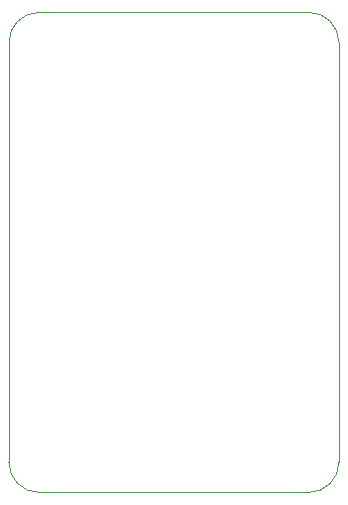
<source format=gbr>
%TF.GenerationSoftware,KiCad,Pcbnew,7.0.7*%
%TF.CreationDate,2024-08-30T14:39:58-05:00*%
%TF.ProjectId,ex4,6578342e-6b69-4636-9164-5f7063625858,rev?*%
%TF.SameCoordinates,Original*%
%TF.FileFunction,Profile,NP*%
%FSLAX46Y46*%
G04 Gerber Fmt 4.6, Leading zero omitted, Abs format (unit mm)*
G04 Created by KiCad (PCBNEW 7.0.7) date 2024-08-30 14:39:58*
%MOMM*%
%LPD*%
G01*
G04 APERTURE LIST*
%TA.AperFunction,Profile*%
%ADD10C,0.100000*%
%TD*%
G04 APERTURE END LIST*
D10*
X16510000Y-58420000D02*
X16510000Y-22860000D01*
X41910000Y-60960000D02*
X19050000Y-60960000D01*
X41910000Y-60960000D02*
G75*
G03*
X44450000Y-58420000I0J2540000D01*
G01*
X16510000Y-58420000D02*
G75*
G03*
X19050000Y-60960000I2540000J0D01*
G01*
X44450000Y-22860000D02*
X44450000Y-58420000D01*
X41910000Y-20320000D02*
X19050000Y-20320000D01*
X44450000Y-22860000D02*
G75*
G03*
X41910000Y-20320000I-2540000J0D01*
G01*
X19050000Y-20320000D02*
G75*
G03*
X16510000Y-22860000I0J-2540000D01*
G01*
M02*

</source>
